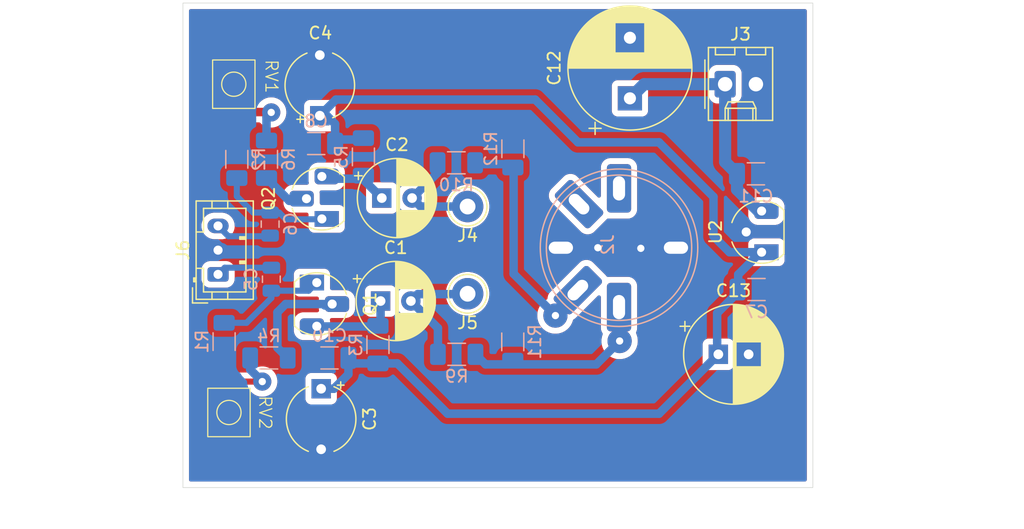
<source format=kicad_pcb>
(kicad_pcb (version 20241229) (generator "pcbnew") (generator_version "9.0")
  (layers (0 "F.Cu" signal) (2 "B.Cu" signal) (13 "F.Paste" user) (15 "B.Paste" user) (5 "F.SilkS" user "F.Silkscreen") (7 "B.SilkS" user "B.Silkscreen") (1 "F.Mask" user) (3 "B.Mask" user) (25 "Edge.Cuts" user))
  (net 0 "")
  (net 1 "Net-(Q1-D)")
  (net 2 "Net-(J5-Pin_1)")
  (net 3 "Net-(Q2-D)")
  (net 4 "Net-(J4-Pin_1)")
  (net 5 "GND")
  (net 6 "+9V")
  (net 7 "Net-(J3-Pin_1)")
  (net 8 "Net-(Q1-S)")
  (net 9 "Net-(Q2-S)")
  (net 10 "Net-(R4-Pad2)")
  (net 11 "Net-(R6-Pad2)")
  (net 12 "Net-(J6-Pin_1)")
  (net 13 "Net-(J6-Pin_3)")
  (net 14 "Net-(Q1-G)")
  (net 15 "Net-(Q2-G)")
  (net 16 "Net-(J2-Pad4)")
  (net 18 "Net-(J2-Pad5)")
  (footprint "Connector_Pin:Pin_D1.3mm_L11.0mm" (layer "F.Cu") (at 124.5 89.3)
    (property "Reference" "J4" (at 0 2.4 0) (layer "F.SilkS"))
    (property "Value" "Conn_01x01_Pin")
    (pad "1" thru_hole circle (at 0 0) (size 2.6 2.6) (drill 1.3) (layers "*.Cu" "*.Mask") (net 4 "Net-(J4-Pin_1)"))
  )
  (footprint "Connector_Pin:Pin_D1.3mm_L11.0mm" (layer "F.Cu") (at 124.5 96.5)
    (property "Reference" "J5" (at 0 2.4 0) (layer "F.SilkS"))
    (property "Value" "Conn_01x01_Pin")
    (pad "1" thru_hole circle (at 0 0) (size 2.6 2.6) (drill 1.3) (layers "*.Cu" "*.Mask") (net 2 "Net-(J5-Pin_1)"))
  )
  (footprint "Capacitor_THT:CP_Radial_D8.0mm_P2.50mm" (layer "F.Cu") (at 145.2 101.5)
    (property "Reference" "C13" (at 1.25 -5.25 0) (layer "F.SilkS"))
    (property "Value" "100u/10V")
    (pad "1" thru_hole rect (at 0 0) (size 1.6 1.6) (drill 0.8) (layers "*.Cu" "*.Mask") (net 6 "+9V"))
    (pad "2" thru_hole circle (at 2.5 0) (size 1.6 1.6) (drill 0.8) (layers "*.Cu" "*.Mask") (net 5 "GND"))
  )
  (footprint "Capacitor_THT:CP_Radial_D6.3mm_P2.50mm" (layer "F.Cu") (at 117.317621 97.1)
    (property "Reference" "C1" (at 1.25 -4.4 0) (layer "F.SilkS"))
    (property "Value" "10u/16V")
    (pad "1" thru_hole rect (at 0 0) (size 1.6 1.6) (drill 0.8) (layers "*.Cu" "*.Mask") (net 1 "Net-(Q1-D)"))
    (pad "2" thru_hole circle (at 2.5 0) (size 1.6 1.6) (drill 0.8) (layers "*.Cu" "*.Mask") (net 2 "Net-(J5-Pin_1)"))
  )
  (footprint "Capacitor_THT:CP_Radial_D6.3mm_P2.50mm" (layer "F.Cu") (at 117.417621 88.6)
    (property "Reference" "C2" (at 1.25 -4.4 0) (layer "F.SilkS"))
    (property "Value" "10u/16V")
    (pad "1" thru_hole rect (at 0 0) (size 1.6 1.6) (drill 0.8) (layers "*.Cu" "*.Mask") (net 3 "Net-(Q2-D)"))
    (pad "2" thru_hole circle (at 2.5 0) (size 1.6 1.6) (drill 0.8) (layers "*.Cu" "*.Mask") (net 4 "Net-(J4-Pin_1)"))
  )
  (footprint "Connector_JST:JST_PH_B3B-PH-K_1x03_P2.00mm_Vertical" (layer "F.Cu") (at 103.9 94.9 90)
    (property "Reference" "J6" (at 2 -2.9 90) (layer "F.SilkS"))
    (property "Value" "Conn_01x03")
    (pad "1" thru_hole roundrect (at 0 0 90) (size 1.2 1.75) (drill 0.75) (layers "*.Cu" "*.Mask") (roundrect_rratio 0.208333) (net 12 "Net-(J6-Pin_1)"))
    (pad "2" thru_hole oval (at 2 0 90) (size 1.2 1.75) (drill 0.75) (layers "*.Cu" "*.Mask") (net 5 "GND"))
    (pad "3" thru_hole oval (at 4 0 90) (size 1.2 1.75) (drill 0.75) (layers "*.Cu" "*.Mask") (net 13 "Net-(J6-Pin_3)"))
  )
  (footprint "Potencjometr-SMD:Potencjometr-smd-mały" (layer "F.Cu") (at 105.2 79.2 -90)
    (property "Reference" "RV1" (at -0.642858 -3.114009 270) (layer "F.SilkS") (effects (font (thickness 0.1))))
    (property "Value" "100")
    (pad "1" smd roundrect (at 2.3 -0.8 270) (size 1.2 1) (layers "F.Cu" "F.Mask" "F.Paste") (roundrect_rratio 0.15) (net 11 "Net-(R6-Pad2)"))
    (pad "2" smd roundrect (at -2.3 0 270) (size 1.2 1) (layers "F.Cu" "F.Mask" "F.Paste") (roundrect_rratio 0.15) (net 11 "Net-(R6-Pad2)"))
    (pad "3" smd roundrect (at 2.3 0.8 270) (size 1.2 1) (layers "F.Cu" "F.Mask" "F.Paste") (roundrect_rratio 0.15) (net 5 "GND"))
  )
  (footprint "Package_TO_SOT_THT:TO-92_HandSolder" (layer "F.Cu") (at 112.05 96.08 -90)
    (property "Reference" "Q1" (at 1.27 -4.4 90) (layer "F.SilkS"))
    (property "Value" "BF245A")
    (pad "1" thru_hole rect (at -0.5 0 270) (size 1.3 2) (drill 0.75 (offset 0 0.4)) (layers "*.Cu" "*.Mask") (net 14 "Net-(Q1-G)"))
    (pad "2" thru_hole roundrect (at 1.27 -1.27 270) (size 1.3 2) (drill 0.75 (offset 0 -0.4)) (layers "*.Cu" "*.Mask") (net 8 "Net-(Q1-S)"))
    (pad "3" thru_hole roundrect (at 3.1 0 270) (size 1.3 2) (drill 0.75 (offset 0 0.4)) (layers "*.Cu" "*.Mask") (net 1 "Net-(Q1-D)"))
  )
  (footprint "Capacitor_THT:CP_Radial_Tantal_D5.5mm_P5.00mm" (layer "F.Cu") (at 112.3 81.8 90)
    (property "Reference" "C4" (at 6.82 0.04 180) (layer "F.SilkS"))
    (property "Value" "33u/10V")
    (pad "1" thru_hole rect (at 0 0 90) (size 1.6 1.6) (drill 0.8) (layers "*.Cu" "*.Mask") (net 6 "+9V"))
    (pad "2" thru_hole circle (at 5 0 90) (size 1.6 1.6) (drill 0.8) (layers "*.Cu" "*.Mask") (net 5 "GND"))
  )
  (footprint "Capacitor_THT:CP_Radial_Tantal_D5.5mm_P5.00mm" (layer "F.Cu") (at 112.41 104.34 -90)
    (property "Reference" "C3" (at 2.5 -4 90) (layer "F.SilkS"))
    (property "Value" "33u/10V")
    (pad "1" thru_hole rect (at 0 0 270) (size 1.6 1.6) (drill 0.8) (layers "*.Cu" "*.Mask") (net 6 "+9V"))
    (pad "2" thru_hole circle (at 5 0 270) (size 1.6 1.6) (drill 0.8) (layers "*.Cu" "*.Mask") (net 5 "GND"))
  )
  (footprint "Package_TO_SOT_THT:TO-92_HandSolder" (layer "F.Cu") (at 112.47 89.92 90)
    (property "Reference" "Q2" (at 1.27 -4.4 90) (layer "F.SilkS"))
    (property "Value" "BF245A")
    (pad "1" thru_hole rect (at -0.4 0 90) (size 1.3 2) (drill 0.75 (offset 0 0.4)) (layers "*.Cu" "*.Mask") (net 15 "Net-(Q2-G)"))
    (pad "2" thru_hole roundrect (at 1.27 -1.27 90) (size 1.3 2) (drill 0.75 (offset 0 -0.4)) (layers "*.Cu" "*.Mask") (net 9 "Net-(Q2-S)"))
    (pad "3" thru_hole roundrect (at 3.1 0 90) (size 1.3 2) (drill 0.75 (offset 0 0.4)) (layers "*.Cu" "*.Mask") (net 3 "Net-(Q2-D)"))
  )
  (footprint "Connector_Molex:Molex_KK-254_AE-6410-02A_1x02_P2.54mm_Vertical" (layer "F.Cu") (at 145.76 79.2)
    (property "Reference" "J3" (at 1.27 -4.12 0) (layer "F.SilkS"))
    (property "Value" "Conn_01x02")
    (pad "1" thru_hole roundrect (at 0 0) (size 1.74 2.19) (drill 1.19) (layers "*.Cu" "*.Mask") (roundrect_rratio 0.143678) (net 7 "Net-(J3-Pin_1)"))
    (pad "2" thru_hole oval (at 2.54 0) (size 1.74 2.19) (drill 1.19) (layers "*.Cu" "*.Mask") (net 5 "GND"))
  )
  (footprint "Potencjometr-SMD:Potencjometr-smd-mały" (layer "F.Cu") (at 104.8 106.3 -90)
    (property "Reference" "RV2" (at 0 -3 270) (layer "F.SilkS") (effects (font (thickness 0.1))))
    (property "Value" "100")
    (pad "1" smd roundrect (at 2.3 -0.8 270) (size 1.2 1) (layers "F.Cu" "F.Mask" "F.Paste") (roundrect_rratio 0.15) (net 10 "Net-(R4-Pad2)"))
    (pad "2" smd roundrect (at -2.3 0 270) (size 1.2 1) (layers "F.Cu" "F.Mask" "F.Paste") (roundrect_rratio 0.15) (net 10 "Net-(R4-Pad2)"))
    (pad "3" smd roundrect (at 2.3 0.8 270) (size 1.2 1) (layers "F.Cu" "F.Mask" "F.Paste") (roundrect_rratio 0.15) (net 5 "GND"))
  )
  (footprint "Capacitor_THT:CP_Radial_D10.0mm_P5.00mm" (layer "F.Cu") (at 137.9 80.367677 90)
    (property "Reference" "C12" (at 2.5 -6.25 90) (layer "F.SilkS"))
    (property "Value" "470u/16V")
    (pad "1" thru_hole rect (at 0 0 90) (size 2 2) (drill 1) (layers "*.Cu" "*.Mask") (net 7 "Net-(J3-Pin_1)"))
    (pad "2" thru_hole circle (at 5 0 90) (size 2 2) (drill 1) (layers "*.Cu" "*.Mask") (net 5 "GND"))
  )
  (footprint "Package_TO_SOT_THT:TO-92L_HandSolder" (layer "F.Cu") (at 148.77 92.67 90)
    (property "Reference" "U2" (at 1.27 -3.8 90) (layer "F.SilkS"))
    (property "Value" "LM78L09_TO92")
    (pad "1" thru_hole rect (at -0.4 0 90) (size 1.3 2) (drill 0.75 (offset 0 0.4)) (layers "*.Cu" "*.Mask") (net 6 "+9V"))
    (pad "2" thru_hole roundrect (at 1.27 -1.27 90) (size 1.3 2) (drill 0.75 (offset 0 -0.4)) (layers "*.Cu" "*.Mask") (net 5 "GND"))
    (pad "3" thru_hole roundrect (at 3 0 90) (size 1.3 2) (drill 0.75 (offset 0 0.4)) (layers "*.Cu" "*.Mask") (net 7 "Net-(J3-Pin_1)"))
  )
  (footprint "Capacitor_SMD:C_1206_3216Metric_Pad1.33x1.80mm_HandSolder" (layer "B.Cu") (at 113.1 101.8 180)
    (property "Reference" "C10" (at 0 1.85 0) (layer "B.SilkS") (effects (justify mirror)))
    (property "Value" "100n")
    (pad "1" smd roundrect (at -1.5625 0 180) (size 1.325 1.8) (layers "B.Cu" "B.Mask" "B.Paste") (roundrect_rratio 0.188679) (net 6 "+9V"))
    (pad "2" smd roundrect (at 1.5625 0 180) (size 1.325 1.8) (layers "B.Cu" "B.Mask" "B.Paste") (roundrect_rratio 0.188679) (net 5 "GND"))
  )
  (footprint "Capacitor_SMD:C_1206_3216Metric_Pad1.33x1.80mm_HandSolder" (layer "B.Cu") (at 112 84.1 180)
    (property "Reference" "C8" (at 0 1.85 0) (layer "B.SilkS") (effects (justify mirror)))
    (property "Value" "100n")
    (pad "1" smd roundrect (at -1.5625 0 180) (size 1.325 1.8) (layers "B.Cu" "B.Mask" "B.Paste") (roundrect_rratio 0.188679) (net 6 "+9V"))
    (pad "2" smd roundrect (at 1.5625 0 180) (size 1.325 1.8) (layers "B.Cu" "B.Mask" "B.Paste") (roundrect_rratio 0.188679) (net 5 "GND"))
  )
  (footprint "Resistor_SMD:R_1206_3216Metric_Pad1.30x1.75mm_HandSolder" (layer "B.Cu") (at 128.23 100.47 90)
    (property "Reference" "R11" (at 0 1.82 90) (layer "B.SilkS") (effects (justify mirror)))
    (property "Value" "10k")
    (pad "1" smd roundrect (at -1.55 0 90) (size 1.3 1.75) (layers "B.Cu" "B.Mask" "B.Paste") (roundrect_rratio 0.192308) (net 18 "Net-(J2-Pad5)"))
    (pad "2" smd roundrect (at 1.55 0 90) (size 1.3 1.75) (layers "B.Cu" "B.Mask" "B.Paste") (roundrect_rratio 0.192308) (net 5 "GND"))
  )
  (footprint "Resistor_SMD:R_1206_3216Metric_Pad1.30x1.75mm_HandSolder" (layer "B.Cu") (at 115.9 85.2 -90)
    (property "Reference" "R5" (at 0 1.82 90) (layer "B.SilkS") (effects (justify mirror)))
    (property "Value" "1k")
    (pad "1" smd roundrect (at -1.55 0 270) (size 1.3 1.75) (layers "B.Cu" "B.Mask" "B.Paste") (roundrect_rratio 0.192308) (net 6 "+9V"))
    (pad "2" smd roundrect (at 1.55 0 270) (size 1.3 1.75) (layers "B.Cu" "B.Mask" "B.Paste") (roundrect_rratio 0.192308) (net 3 "Net-(Q2-D)"))
  )
  (footprint "Resistor_SMD:R_1206_3216Metric_Pad1.30x1.75mm_HandSolder" (layer "B.Cu") (at 108.1 101.8 180)
    (property "Reference" "R4" (at 0 1.82 0) (layer "B.SilkS") (effects (justify mirror)))
    (property "Value" "100")
    (pad "1" smd roundrect (at -1.55 0 180) (size 1.3 1.75) (layers "B.Cu" "B.Mask" "B.Paste") (roundrect_rratio 0.192308) (net 8 "Net-(Q1-S)"))
    (pad "2" smd roundrect (at 1.55 0 180) (size 1.3 1.75) (layers "B.Cu" "B.Mask" "B.Paste") (roundrect_rratio 0.192308) (net 10 "Net-(R4-Pad2)"))
  )
  (footprint "Resistor_SMD:R_1206_3216Metric_Pad1.30x1.75mm_HandSolder" (layer "B.Cu") (at 107.9 85.4 90)
    (property "Reference" "R6" (at 0 1.82 270) (layer "B.SilkS") (effects (justify mirror)))
    (property "Value" "100")
    (pad "1" smd roundrect (at -1.55 0 90) (size 1.3 1.75) (layers "B.Cu" "B.Mask" "B.Paste") (roundrect_rratio 0.192308) (net 9 "Net-(Q2-S)"))
    (pad "2" smd roundrect (at 1.55 0 90) (size 1.3 1.75) (layers "B.Cu" "B.Mask" "B.Paste") (roundrect_rratio 0.192308) (net 11 "Net-(R6-Pad2)"))
  )
  (footprint "Capacitor_SMD:C_1206_3216Metric_Pad1.33x1.80mm_HandSolder" (layer "B.Cu") (at 148.3 86.6)
    (property "Reference" "C11" (at 0 1.85 0) (layer "B.SilkS") (effects (justify mirror)))
    (property "Value" "100n")
    (pad "1" smd roundrect (at -1.5625 0) (size 1.325 1.8) (layers "B.Cu" "B.Mask" "B.Paste") (roundrect_rratio 0.188679) (net 7 "Net-(J3-Pin_1)"))
    (pad "2" smd roundrect (at 1.5625 0) (size 1.325 1.8) (layers "B.Cu" "B.Mask" "B.Paste") (roundrect_rratio 0.188679) (net 5 "GND"))
  )
  (footprint "Resistor_SMD:R_1206_3216Metric_Pad1.30x1.75mm_HandSolder" (layer "B.Cu") (at 105.45 85.4 90)
    (property "Reference" "R2" (at 0 1.82 270) (layer "B.SilkS") (effects (justify mirror)))
    (property "Value" "1M")
    (pad "1" smd roundrect (at -1.55 0 90) (size 1.3 1.75) (layers "B.Cu" "B.Mask" "B.Paste") (roundrect_rratio 0.192308) (net 15 "Net-(Q2-G)"))
    (pad "2" smd roundrect (at 1.55 0 90) (size 1.3 1.75) (layers "B.Cu" "B.Mask" "B.Paste") (roundrect_rratio 0.192308) (net 5 "GND"))
  )
  (footprint "Resistor_SMD:R_1206_3216Metric_Pad1.30x1.75mm_HandSolder" (layer "B.Cu") (at 128.24 84.53 -90)
    (property "Reference" "R12" (at 0 1.82 90) (layer "B.SilkS") (effects (justify mirror)))
    (property "Value" "10k")
    (pad "1" smd roundrect (at -1.55 0 270) (size 1.3 1.75) (layers "B.Cu" "B.Mask" "B.Paste") (roundrect_rratio 0.192308) (net 5 "GND"))
    (pad "2" smd roundrect (at 1.55 0 270) (size 1.3 1.75) (layers "B.Cu" "B.Mask" "B.Paste") (roundrect_rratio 0.192308) (net 16 "Net-(J2-Pad4)"))
  )
  (footprint "Resistor_SMD:R_1206_3216Metric_Pad1.30x1.75mm_HandSolder" (layer "B.Cu") (at 117.1 100.7 -90)
    (property "Reference" "R3" (at 0 1.82 90) (layer "B.SilkS") (effects (justify mirror)))
    (property "Value" "1k")
    (pad "1" smd roundrect (at -1.55 0 270) (size 1.3 1.75) (layers "B.Cu" "B.Mask" "B.Paste") (roundrect_rratio 0.192308) (net 1 "Net-(Q1-D)"))
    (pad "2" smd roundrect (at 1.55 0 270) (size 1.3 1.75) (layers "B.Cu" "B.Mask" "B.Paste") (roundrect_rratio 0.192308) (net 6 "+9V"))
  )
  (footprint "Resistor_SMD:R_1206_3216Metric_Pad1.30x1.75mm_HandSolder" (layer "B.Cu") (at 104.4 100.45 -90)
    (property "Reference" "R1" (at 0 1.82 90) (layer "B.SilkS") (effects (justify mirror)))
    (property "Value" "1M")
    (pad "1" smd roundrect (at -1.55 0 270) (size 1.3 1.75) (layers "B.Cu" "B.Mask" "B.Paste") (roundrect_rratio 0.192308) (net 14 "Net-(Q1-G)"))
    (pad "2" smd roundrect (at 1.55 0 270) (size 1.3 1.75) (layers "B.Cu" "B.Mask" "B.Paste") (roundrect_rratio 0.192308) (net 5 "GND"))
  )
  (footprint "Capacitor_SMD:C_0805_2012Metric" (layer "B.Cu") (at 108.2 90.75 90)
    (property "Reference" "C6" (at 0 1.68 90) (layer "B.SilkS") (effects (justify mirror)))
    (property "Value" "470n")
    (pad "1" smd roundrect (at -0.95 0 90) (size 1 1.45) (layers "B.Cu" "B.Mask" "B.Paste") (net 13 "Net-(J6-Pin_3)"))
    (pad "2" smd roundrect (at 0.95 0 90) (size 1 1.45) (layers "B.Cu" "B.Mask" "B.Paste") (net 15 "Net-(Q2-G)"))
  )
  (footprint "Resistor_SMD:R_1206_3216Metric_Pad1.30x1.75mm_HandSolder" (layer "B.Cu") (at 123.6 101.5)
    (property "Reference" "R9" (at 0 1.82 180) (layer "B.SilkS") (effects (justify mirror)))
    (property "Value" "91k")
    (pad "1" smd roundrect (at -1.55 0) (size 1.3 1.75) (layers "B.Cu" "B.Mask" "B.Paste") (roundrect_rratio 0.192308) (net 2 "Net-(J5-Pin_1)"))
    (pad "2" smd roundrect (at 1.55 0) (size 1.3 1.75) (layers "B.Cu" "B.Mask" "B.Paste") (roundrect_rratio 0.192308) (net 18 "Net-(J2-Pad5)"))
  )
  (footprint "DIN:DIN_5" (layer "B.Cu") (at 137 92.7 -90)
    (property "Reference" "J2" (at -0.25 0.95 90) (layer "B.SilkS") (effects (justify mirror)))
    (property "Value" "DIN-5")
    (pad "1" thru_hole roundrect (at -4.9 0 270) (size 4 2) (drill oval 2 1) (layers "*.Cu" "*.Mask") (roundrect_rratio 0.15))
    (pad "2" thru_hole roundrect (at -3.6 3.3 135) (size 4 2) (drill oval 2 1) (layers "*.Cu" "*.Mask") (roundrect_rratio 0.15))
    (pad "3" thru_hole roundrect (at 0 -4.7 180) (size 4.5 2) (drill oval 2 1) (layers "*.Cu" "*.Mask") (roundrect_rratio 0.15) (net 5 "GND"))
    (pad "3" thru_hole roundrect (at 0 4.8 180) (size 4.5 2) (drill oval 2 1) (layers "*.Cu" "*.Mask") (roundrect_rratio 0.15) (net 5 "GND"))
    (pad "4" thru_hole roundrect (at 3.5 3.4 225) (size 4 2) (drill oval 2 1) (layers "*.Cu" "*.Mask") (roundrect_rratio 0.15) (net 16 "Net-(J2-Pad4)"))
    (pad "5" thru_hole roundrect (at 4.9 0 270) (size 4 2) (drill oval 2 1) (layers "*.Cu" "*.Mask") (roundrect_rratio 0.15) (net 18 "Net-(J2-Pad5)"))
  )
  (footprint "Capacitor_SMD:C_1206_3216Metric_Pad1.33x1.80mm_HandSolder" (layer "B.Cu") (at 148.35 96.15)
    (property "Reference" "C7" (at 0 1.85 0) (layer "B.SilkS") (effects (justify mirror)))
    (property "Value" "100n")
    (pad "1" smd roundrect (at -1.5625 0) (size 1.325 1.8) (layers "B.Cu" "B.Mask" "B.Paste") (roundrect_rratio 0.188679) (net 6 "+9V"))
    (pad "2" smd roundrect (at 1.5625 0) (size 1.325 1.8) (layers "B.Cu" "B.Mask" "B.Paste") (roundrect_rratio 0.188679) (net 5 "GND"))
  )
  (footprint "Resistor_SMD:R_1206_3216Metric_Pad1.30x1.75mm_HandSolder" (layer "B.Cu") (at 123.57 85.69)
    (property "Reference" "R10" (at 0 1.82 180) (layer "B.SilkS") (effects (justify mirror)))
    (property "Value" "91k")
    (pad "1" smd roundrect (at -1.55 0) (size 1.3 1.75) (layers "B.Cu" "B.Mask" "B.Paste") (roundrect_rratio 0.192308) (net 4 "Net-(J4-Pin_1)"))
    (pad "2" smd roundrect (at 1.55 0) (size 1.3 1.75) (layers "B.Cu" "B.Mask" "B.Paste") (roundrect_rratio 0.192308) (net 16 "Net-(J2-Pad4)"))
  )
  (footprint "Capacitor_SMD:C_0805_2012Metric" (layer "B.Cu") (at 108.3 95.3 -90)
    (property "Reference" "C5" (at 0 1.68 90) (layer "B.SilkS") (effects (justify mirror)))
    (property "Value" "470n")
    (pad "1" smd roundrect (at -0.95 0 270) (size 1 1.45) (layers "B.Cu" "B.Mask" "B.Paste") (net 12 "Net-(J6-Pin_1)"))
    (pad "2" smd roundrect (at 0.95 0 270) (size 1 1.45) (layers "B.Cu" "B.Mask" "B.Paste") (net 14 "Net-(Q1-G)"))
  )
  (gr_rect (start 101 72.5) (end 153 112.5) (stroke (width 0.05)) (fill no) (layer "Edge.Cuts"))
  (segment (start 111.45 99.3) (end 111.55 99.2) (width 0.7) (layer "B.Cu") (net 1))
  (segment (start 117.05 99.2) (end 117.1 99.15) (width 0.7) (layer "B.Cu") (net 1))
  (segment (start 116.9 98.82) (end 116.9 99.2) (width 0.5) (layer "B.Cu") (net 1))
  (segment (start 117.317621 98.782379) (end 117.317621 97.1) (width 0.7) (layer "B.Cu") (net 1))
  (segment (start 111.55 99.2) (end 117.05 99.2) (width 0.7) (layer "B.Cu") (net 1))
  (segment (start 122.05 100.95) (end 122.05 99.732379) (width 0.5) (layer "B.Cu") (net 2))
  (segment (start 119.817621 97.1) (end 120.387621 96.53) (width 0.7) (layer "B.Cu") (net 2))
  (segment (start 124.47 96.53) (end 124.5 96.5) (width 0.7) (layer "B.Cu") (net 2))
  (segment (start 122.05 99.332379) (end 119.817621 97.1) (width 0.7) (layer "B.Cu") (net 2))
  (segment (start 122.05 101.5) (end 122.05 99.332379) (width 0.7) (layer "B.Cu") (net 2))
  (segment (start 120.387621 96.53) (end 124.47 96.53) (width 0.7) (layer "B.Cu") (net 2))
  (segment (start 115.9 87.082379) (end 117.417621 88.6) (width 0.7) (layer "B.Cu") (net 3))
  (segment (start 115.9 86.75) (end 115.9 87.082379) (width 0.7) (layer "B.Cu") (net 3))
  (segment (start 117.417621 88.117621) (end 117.417621 88.6) (width 0.5) (layer "B.Cu") (net 3))
  (segment (start 115.65 87) (end 115.9 86.75) (width 0.7) (layer "B.Cu") (net 3))
  (segment (start 112.32 87) (end 114.9 87) (width 0.5) (layer "B.Cu") (net 3))
  (segment (start 112.32 87) (end 115.65 87) (width 0.7) (layer "B.Cu") (net 3))
  (segment (start 119.93 88.6) (end 122.02 86.51) (width 0.7) (layer "B.Cu") (net 4))
  (segment (start 119.917621 88.6) (end 119.93 88.6) (width 0.7) (layer "B.Cu") (net 4))
  (segment (start 124.5 89.3) (end 120.617621 89.3) (width 0.7) (layer "B.Cu") (net 4))
  (segment (start 120.617621 89.3) (end 119.917621 88.6) (width 0.7) (layer "B.Cu") (net 4))
  (segment (start 122.02 86.51) (end 122.02 85.69) (width 0.7) (layer "B.Cu") (net 4))
  (segment (start 119.917621 88.6) (end 120.117621 88.8) (width 0.5) (layer "B.Cu") (net 4))
  (via (at 135.25 92.7) (size 2) (drill 0.6) (layers "F.Cu" "B.Cu") (net 5))
  (via (at 138.8 92.75) (size 2) (drill 0.6) (layers "F.Cu" "B.Cu") (net 5))
  (segment (start 146.8375 96.3625) (end 146.8375 96.3) (width 0.5) (layer "B.Cu") (net 6))
  (segment (start 112.3 81.8) (end 112.88 81.8) (width 0.7) (layer "B.Cu") (net 6))
  (segment (start 145.1 98.1) (end 146.8375 96.3625) (width 0.7) (layer "B.Cu") (net 6))
  (segment (start 148.77 93.07) (end 148.68 93.07) (width 0.7) (layer "B.Cu") (net 6))
  (segment (start 118.7 102.25) (end 122.85 106.4) (width 0.7) (layer "B.Cu") (net 6))
  (segment (start 148.68 93.07) (end 146.8375 94.9125) (width 0.7) (layer "B.Cu") (net 6))
  (segment (start 117.1 102.25) (end 118.7 102.25) (width 0.7) (layer "B.Cu") (net 6))
  (segment (start 144.8 88.5) (end 140.3 84) (width 0.7) (layer "B.Cu") (net 6))
  (segment (start 115.1125 102.25) (end 114.6625 101.8) (width 0.7) (layer "B.Cu") (net 6))
  (segment (start 113.5625 82.4825) (end 113.5625 83.575) (width 0.7) (layer "B.Cu") (net 6))
  (segment (start 146.12 93.07) (end 144.8 91.75) (width 0.7) (layer "B.Cu") (net 6))
  (segment (start 114.7125 101.75) (end 114.6625 101.8) (width 0.5) (layer "B.Cu") (net 6))
  (segment (start 148.77 93.07) (end 146.12 93.07) (width 0.7) (layer "B.Cu") (net 6))
  (segment (start 133.61 84) (end 130.08 80.47) (width 0.7) (layer "B.Cu") (net 6))
  (segment (start 140.3 106.4) (end 145.1 101.6) (width 0.7) (layer "B.Cu") (net 6))
  (segment (start 115.23 83.77) (end 113.92 83.77) (width 0.7) (layer "B.Cu") (net 6))
  (segment (start 144.8 91.75) (end 144.8 88.5) (width 0.7) (layer "B.Cu") (net 6))
  (segment (start 117.1 102.25) (end 115.1125 102.25) (width 0.7) (layer "B.Cu") (net 6))
  (segment (start 146.8375 94.9125) (end 146.8375 96.3) (width 0.7) (layer "B.Cu") (net 6))
  (segment (start 145.1 101.6) (end 145.1 98.1) (width 0.7) (layer "B.Cu") (net 6))
  (segment (start 122.85 106.4) (end 140.3 106.4) (width 0.7) (layer "B.Cu") (net 6))
  (segment (start 130.08 80.47) (end 113.63 80.47) (width 0.7) (layer "B.Cu") (net 6))
  (segment (start 112.41 104.34) (end 113.46 104.34) (width 0.7) (layer "B.Cu") (net 6))
  (segment (start 140.3 84) (end 133.61 84) (width 0.7) (layer "B.Cu") (net 6))
  (segment (start 113.63 80.47) (end 112.3 81.8) (width 0.7) (layer "B.Cu") (net 6))
  (segment (start 113.46 104.34) (end 114.6625 103.1375) (width 0.7) (layer "B.Cu") (net 6))
  (segment (start 112.88 81.8) (end 113.5625 82.4825) (width 0.7) (layer "B.Cu") (net 6))
  (segment (start 115.35 83.65) (end 115.23 83.77) (width 0.7) (layer "B.Cu") (net 6))
  (segment (start 114.6625 103.1375) (end 114.6625 101.8) (width 0.7) (layer "B.Cu") (net 6))
  (segment (start 146.7375 86.6) (end 145.76 85.6225) (width 1) (layer "B.Cu") (net 7))
  (segment (start 148.77 89.67) (end 148.52 89.67) (width 1) (layer "B.Cu") (net 7))
  (segment (start 148.52 89.67) (end 146.7375 87.8875) (width 1) (layer "B.Cu") (net 7))
  (segment (start 139.067677 79.2) (end 137.9 80.367677) (width 1) (layer "B.Cu") (net 7))
  (segment (start 145.76 79.2) (end 139.067677 79.2) (width 1) (layer "B.Cu") (net 7))
  (segment (start 145.76 85.6225) (end 145.76 79.2) (width 1) (layer "B.Cu") (net 7))
  (segment (start 146.7375 87.8875) (end 146.7375 86.6) (width 1) (layer "B.Cu") (net 7))
  (segment (start 112.84 97.35) (end 113.32 97.35) (width 0.7) (layer "B.Cu") (net 8))
  (segment (start 108.8 98.03) (end 108.8 101) (width 0.5) (layer "B.Cu") (net 8))
  (segment (start 109.48 97.35) (end 108.8 98.03) (width 0.7) (layer "B.Cu") (net 8))
  (segment (start 108.8 100.95) (end 109.65 101.8) (width 0.7) (layer "B.Cu") (net 8))
  (segment (start 113.32 97.35) (end 109.48 97.35) (width 0.7) (layer "B.Cu") (net 8))
  (segment (start 112.72 97.47) (end 112.84 97.35) (width 0.7) (layer "B.Cu") (net 8))
  (segment (start 108.8 98.03) (end 108.8 100.95) (width 0.7) (layer "B.Cu") (net 8))
  (segment (start 108.8 101) (end 109.6 101.8) (width 0.5) (layer "B.Cu") (net 8))
  (segment (start 111.05 88.83) (end 109.78 88.83) (width 0.7) (layer "B.Cu") (net 9))
  (segment (start 109.78 88.83) (end 107.9 86.95) (width 0.7) (layer "B.Cu") (net 9))
  (segment (start 105.6 108.6) (end 105.6 104.8) (width 0.7) (layer "F.Cu") (net 10))
  (segment (start 107.55 103.75) (end 105.05 103.75) (width 0.5) (layer "F.Cu") (net 10))
  (segment (start 107.55 103.75) (end 107.55 104.15) (width 0.5) (layer "F.Cu") (net 10))
  (segment (start 105.05 103.75) (end 104.8 104) (width 0.5) (layer "F.Cu") (net 10))
  (segment (start 105.6 104.8) (end 104.8 104) (width 0.7) (layer "F.Cu") (net 10))
  (via (at 107.55 103.75) (size 1.5) (drill 0.6) (layers "F.Cu" "B.Cu") (net 10))
  (segment (start 106.55 101.8) (end 106.55 102.75) (width 0.7) (layer "B.Cu") (net 10))
  (segment (start 106.55 102.75) (end 107.55 103.75) (width 0.7) (layer "B.Cu") (net 10))
  (segment (start 105.2 76.9) (end 106 77.7) (width 0.7) (layer "F.Cu") (net 11))
  (segment (start 108.22 81.5) (end 106 81.5) (width 0.7) (layer "F.Cu") (net 11))
  (segment (start 108.29 81.53) (end 108.25 81.53) (width 0.7) (layer "F.Cu") (net 11))
  (segment (start 108.25 81.53) (end 108.22 81.5) (width 0.7) (layer "F.Cu") (net 11))
  (segment (start 106 77.7) (end 106 81.5) (width 0.7) (layer "F.Cu") (net 11))
  (via (at 108.29 81.53) (size 1.5) (drill 0.6) (layers "F.Cu" "B.Cu") (net 11))
  (segment (start 107.9 81.92) (end 107.9 83.85) (width 0.7) (layer "B.Cu") (net 11))
  (segment (start 108.29 81.53) (end 107.9 81.92) (width 0.7) (layer "B.Cu") (net 11))
  (segment (start 107.6 83.55) (end 107.9 83.85) (width 0.7) (layer "B.Cu") (net 11))
  (segment (start 104.45 94.35) (end 103.9 94.9) (width 0.5) (layer "B.Cu") (net 12))
  (segment (start 108.3 94.35) (end 104.45 94.35) (width 0.5) (layer "B.Cu") (net 12))
  (segment (start 104.75 91.75) (end 103.9 90.9) (width 0.5) (layer "B.Cu") (net 13))
  (segment (start 103.82 90.82) (end 103.9 90.9) (width 0.7) (layer "B.Cu") (net 13))
  (segment (start 108.25 91.75) (end 104.75 91.75) (width 0.5) (layer "B.Cu") (net 13))
  (segment (start 108.3 91.8) (end 108.25 91.75) (width 0.5) (layer "B.Cu") (net 13))
  (segment (start 108.3 96.85) (end 108.3 96.25) (width 0.5) (layer "B.Cu") (net 14))
  (segment (start 104 99) (end 104.1 98.9) (width 0.5) (layer "B.Cu") (net 14))
  (segment (start 104.4 98.9) (end 106.25 98.9) (width 0.5) (layer "B.Cu") (net 14))
  (segment (start 108.3 96.25) (end 111.38 96.25) (width 0.5) (layer "B.Cu") (net 14))
  (segment (start 106.25 98.9) (end 108.3 96.85) (width 0.5) (layer "B.Cu") (net 14))
  (segment (start 111.38 96.25) (end 112.05 95.58) (width 0.5) (layer "B.Cu") (net 14))
  (segment (start 105.45 86.95) (end 105.45 88.45) (width 0.5) (layer "B.Cu") (net 15))
  (segment (start 105.35 86.85) (end 105.45 86.95) (width 0.5) (layer "B.Cu") (net 15))
  (segment (start 108.2 89.8) (end 108.95 89.8) (width 0.5) (layer "B.Cu") (net 15))
  (segment (start 109.5 90.35) (end 112.44 90.35) (width 0.5) (layer "B.Cu") (net 15))
  (segment (start 112.44 90.35) (end 112.47 90.32) (width 0.5) (layer "B.Cu") (net 15))
  (segment (start 106.8 89.8) (end 108.2 89.8) (width 0.5) (layer "B.Cu") (net 15))
  (segment (start 105.45 88.45) (end 106.8 89.8) (width 0.5) (layer "B.Cu") (net 15))
  (segment (start 108.95 89.8) (end 109.5 90.35) (width 0.5) (layer "B.Cu") (net 15))
  (via (at 131.75 98.3) (size 2) (drill 0.6) (layers "F.Cu" "B.Cu") (net 16))
  (segment (start 127.96 85.8) (end 128.24 86.08) (width 0.7) (layer "B.Cu") (net 16))
  (segment (start 128.3 94.85) (end 131.75 98.3) (width 0.7) (layer "B.Cu") (net 16))
  (segment (start 128.3 86.14) (end 128.06 85.9) (width 0.5) (layer "B.Cu") (net 16))
  (segment (start 128.11 85.95) (end 128.3 86.14) (width 0.7) (layer "B.Cu") (net 16))
  (segment (start 125.12 85.69) (end 125.23 85.8) (width 0.7) (layer "B.Cu") (net 16))
  (segment (start 125.23 85.8) (end 127.96 85.8) (width 0.7) (layer "B.Cu") (net 16))
  (segment (start 128.3 86.14) (end 128.3 94.85) (width 0.7) (layer "B.Cu") (net 16))
  (via (at 137.05 100.4) (size 2) (drill 0.6) (layers "F.Cu" "B.Cu") (net 18))
  (segment (start 125.15 101.5) (end 125.98 102.33) (width 0.7) (layer "B.Cu") (net 18))
  (segment (start 125.98 102.33) (end 135.12 102.33) (width 0.7) (layer "B.Cu") (net 18))
  (segment (start 135.12 102.33) (end 137.05 100.4) (width 0.7) (layer "B.Cu") (net 18))
  (zone (net 5) (net_name "GND") (layers "F.Cu" "B.Cu") (connect_pads yes (clearance 0.5)) (min_thickness 0.3) (fill yes (thermal_gap 0.5) (thermal_bridge_width 0.5) (smoothing chamfer))
    (polygon (pts (xy 100.55 72.25) (xy 153.85 72.25) (xy 153.85 113) (xy 100.3 113)))
  )
)
</source>
